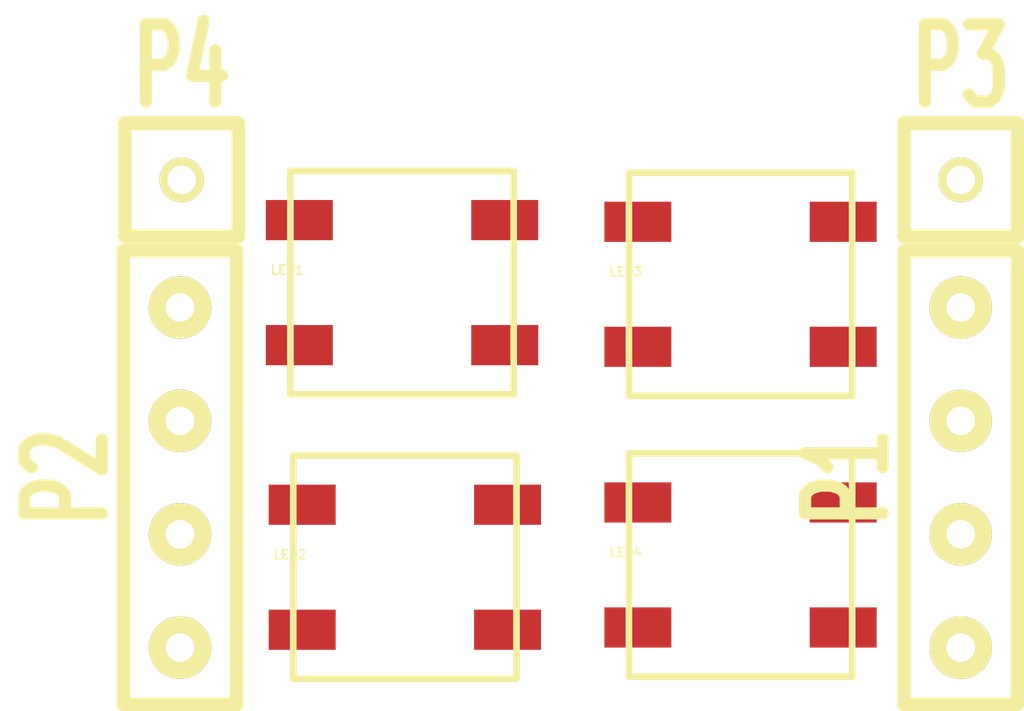
<source format=kicad_pcb>
(kicad_pcb (version 3) (host pcbnew "(2013-07-07 BZR 4022)-stable")

  (general
    (links 16)
    (no_connects 16)
    (area 154.37739 80.264799 179.324001 100.507001)
    (thickness 1.6)
    (drawings 0)
    (tracks 0)
    (zones 0)
    (modules 8)
    (nets 11)
  )

  (page A3)
  (layers
    (15 Front.Layer signal)
    (0 Back.Layer power)
    (17 F.Adhes user)
    (19 F.Paste user)
    (21 F.SilkS user)
    (23 F.Mask user)
    (28 Edge.Cuts user)
  )

  (setup
    (last_trace_width 0.254)
    (user_trace_width 12.7)
    (trace_clearance 0.254)
    (zone_clearance 0.508)
    (zone_45_only no)
    (trace_min 0.1524)
    (segment_width 0.2)
    (edge_width 0.1)
    (via_size 0.889)
    (via_drill 0.635)
    (via_min_size 0.889)
    (via_min_drill 0.508)
    (uvia_size 0.508)
    (uvia_drill 0.127)
    (uvias_allowed no)
    (uvia_min_size 0.508)
    (uvia_min_drill 0.127)
    (pcb_text_width 0.3)
    (pcb_text_size 1.5 1.5)
    (mod_edge_width 0.15)
    (mod_text_size 1 1)
    (mod_text_width 0.15)
    (pad_size 1 1)
    (pad_drill 0.64)
    (pad_to_mask_clearance 0)
    (aux_axis_origin 0 0)
    (visible_elements 7FFFFFFF)
    (pcbplotparams
      (layerselection 3178497)
      (usegerberextensions true)
      (excludeedgelayer true)
      (linewidth 0.150000)
      (plotframeref false)
      (viasonmask false)
      (mode 1)
      (useauxorigin false)
      (hpglpennumber 1)
      (hpglpenspeed 20)
      (hpglpendiameter 15)
      (hpglpenoverlay 2)
      (psnegative false)
      (psa4output false)
      (plotreference true)
      (plotvalue true)
      (plotothertext true)
      (plotinvisibletext false)
      (padsonsilk false)
      (subtractmaskfromsilk false)
      (outputformat 1)
      (mirror false)
      (drillshape 1)
      (scaleselection 1)
      (outputdirectory ""))
  )

  (net 0 "")
  (net 1 N-000001)
  (net 2 N-0000010)
  (net 3 N-000002)
  (net 4 N-000003)
  (net 5 N-000004)
  (net 6 N-000005)
  (net 7 N-000006)
  (net 8 N-000007)
  (net 9 N-000008)
  (net 10 N-000009)

  (net_class Default "This is the default net class."
    (clearance 0.254)
    (trace_width 0.254)
    (via_dia 0.889)
    (via_drill 0.635)
    (uvia_dia 0.508)
    (uvia_drill 0.127)
    (add_net "")
    (add_net N-000001)
    (add_net N-0000010)
    (add_net N-000002)
    (add_net N-000003)
    (add_net N-000004)
    (add_net N-000005)
    (add_net N-000006)
    (add_net N-000007)
    (add_net N-000008)
    (add_net N-000009)
  )

  (net_class HighPower ""
    (clearance 0.254)
    (trace_width 0.5)
    (via_dia 0.889)
    (via_drill 0.635)
    (uvia_dia 0.508)
    (uvia_drill 0.127)
  )

  (module WS2812B (layer Front.Layer) (tedit 5408A142) (tstamp 540F6DDF)
    (at 160.7058 86.9442)
    (descr "SMT 5050 WD2812")
    (path /53FFEF12)
    (fp_text reference LED1 (at 0 -2.8575) (layer F.SilkS)
      (effects (font (size 0.20066 0.20066) (thickness 0.04064)))
    )
    (fp_text value WS2812B (at 0 2.8575) (layer F.SilkS) hide
      (effects (font (size 0.20066 0.20066) (thickness 0.04064)))
    )
    (fp_line (start 5.07302 -5.07556) (end 0.07302 -5.07556) (layer F.SilkS) (width 0.15))
    (fp_line (start 0.07302 -5.07556) (end 0.07302 -0.07556) (layer F.SilkS) (width 0.15))
    (fp_line (start 0.07302 -0.07556) (end 5.07302 -0.07556) (layer F.SilkS) (width 0.15))
    (fp_line (start 5.07302 -0.07556) (end 5.07302 -5.07556) (layer F.SilkS) (width 0.15))
    (pad 1 smd rect (at 4.87302 -1.17556) (size 1.5 0.9)
      (layers Front.Layer F.Paste F.Mask)
      (net 1 N-000001)
      (solder_mask_margin 0.3)
      (clearance 0.3)
      (zone_connect 2)
    )
    (pad 4 smd rect (at 0.27302 -1.17556) (size 1.5 0.9)
      (layers Front.Layer F.Paste F.Mask)
      (net 3 N-000002)
      (solder_mask_margin 0.3)
      (clearance 0.3)
    )
    (pad 2 smd rect (at 4.87302 -3.97556) (size 1.5 0.9)
      (layers Front.Layer F.Paste F.Mask)
      (net 2 N-0000010)
      (solder_mask_margin 0.3)
      (clearance 0.3)
    )
    (pad 3 smd rect (at 0.27302 -3.97556) (size 1.5 0.9)
      (layers Front.Layer F.Paste F.Mask)
      (net 10 N-000009)
      (solder_mask_margin 0.3)
      (clearance 0.3)
    )
    (model smd/resistors/r_cat16-2.wrl
      (at (xyz 0 0 0))
      (scale (xyz 2 2 1))
      (rotate (xyz 0 0 0))
    )
  )

  (module WS2812B (layer Front.Layer) (tedit 5408A142) (tstamp 540F6DEB)
    (at 168.2877 86.9823)
    (descr "SMT 5050 WD2812")
    (path /53FFEF21)
    (fp_text reference LED3 (at 0 -2.8575) (layer F.SilkS)
      (effects (font (size 0.20066 0.20066) (thickness 0.04064)))
    )
    (fp_text value WS2812B (at 0 2.8575) (layer F.SilkS) hide
      (effects (font (size 0.20066 0.20066) (thickness 0.04064)))
    )
    (fp_line (start 5.07302 -5.07556) (end 0.07302 -5.07556) (layer F.SilkS) (width 0.15))
    (fp_line (start 0.07302 -5.07556) (end 0.07302 -0.07556) (layer F.SilkS) (width 0.15))
    (fp_line (start 0.07302 -0.07556) (end 5.07302 -0.07556) (layer F.SilkS) (width 0.15))
    (fp_line (start 5.07302 -0.07556) (end 5.07302 -5.07556) (layer F.SilkS) (width 0.15))
    (pad 1 smd rect (at 4.87302 -1.17556) (size 1.5 0.9)
      (layers Front.Layer F.Paste F.Mask)
      (net 1 N-000001)
      (solder_mask_margin 0.3)
      (clearance 0.3)
      (zone_connect 2)
    )
    (pad 4 smd rect (at 0.27302 -1.17556) (size 1.5 0.9)
      (layers Front.Layer F.Paste F.Mask)
      (net 4 N-000003)
      (solder_mask_margin 0.3)
      (clearance 0.3)
    )
    (pad 2 smd rect (at 4.87302 -3.97556) (size 1.5 0.9)
      (layers Front.Layer F.Paste F.Mask)
      (net 6 N-000005)
      (solder_mask_margin 0.3)
      (clearance 0.3)
    )
    (pad 3 smd rect (at 0.27302 -3.97556) (size 1.5 0.9)
      (layers Front.Layer F.Paste F.Mask)
      (net 10 N-000009)
      (solder_mask_margin 0.3)
      (clearance 0.3)
    )
    (model smd/resistors/r_cat16-2.wrl
      (at (xyz 0 0 0))
      (scale (xyz 2 2 1))
      (rotate (xyz 0 0 0))
    )
  )

  (module WS2812B (layer Front.Layer) (tedit 5408A142) (tstamp 540F6DF7)
    (at 160.7693 93.3196)
    (descr "SMT 5050 WD2812")
    (path /53FFEF30)
    (fp_text reference LED2 (at 0 -2.8575) (layer F.SilkS)
      (effects (font (size 0.20066 0.20066) (thickness 0.04064)))
    )
    (fp_text value WS2812B (at 0 2.8575) (layer F.SilkS) hide
      (effects (font (size 0.20066 0.20066) (thickness 0.04064)))
    )
    (fp_line (start 5.07302 -5.07556) (end 0.07302 -5.07556) (layer F.SilkS) (width 0.15))
    (fp_line (start 0.07302 -5.07556) (end 0.07302 -0.07556) (layer F.SilkS) (width 0.15))
    (fp_line (start 0.07302 -0.07556) (end 5.07302 -0.07556) (layer F.SilkS) (width 0.15))
    (fp_line (start 5.07302 -0.07556) (end 5.07302 -5.07556) (layer F.SilkS) (width 0.15))
    (pad 1 smd rect (at 4.87302 -1.17556) (size 1.5 0.9)
      (layers Front.Layer F.Paste F.Mask)
      (net 1 N-000001)
      (solder_mask_margin 0.3)
      (clearance 0.3)
      (zone_connect 2)
    )
    (pad 4 smd rect (at 0.27302 -1.17556) (size 1.5 0.9)
      (layers Front.Layer F.Paste F.Mask)
      (net 5 N-000004)
      (solder_mask_margin 0.3)
      (clearance 0.3)
    )
    (pad 2 smd rect (at 4.87302 -3.97556) (size 1.5 0.9)
      (layers Front.Layer F.Paste F.Mask)
      (net 8 N-000007)
      (solder_mask_margin 0.3)
      (clearance 0.3)
    )
    (pad 3 smd rect (at 0.27302 -3.97556) (size 1.5 0.9)
      (layers Front.Layer F.Paste F.Mask)
      (net 10 N-000009)
      (solder_mask_margin 0.3)
      (clearance 0.3)
    )
    (model smd/resistors/r_cat16-2.wrl
      (at (xyz 0 0 0))
      (scale (xyz 2 2 1))
      (rotate (xyz 0 0 0))
    )
  )

  (module WS2812B (layer Front.Layer) (tedit 5408A142) (tstamp 540F6F15)
    (at 168.2877 93.2688)
    (descr "SMT 5050 WD2812")
    (path /53FFEF3F)
    (fp_text reference LED4 (at 0 -2.8575) (layer F.SilkS)
      (effects (font (size 0.20066 0.20066) (thickness 0.04064)))
    )
    (fp_text value WS2812B (at 0 2.8575) (layer F.SilkS) hide
      (effects (font (size 0.20066 0.20066) (thickness 0.04064)))
    )
    (fp_line (start 5.07302 -5.07556) (end 0.07302 -5.07556) (layer F.SilkS) (width 0.15))
    (fp_line (start 0.07302 -5.07556) (end 0.07302 -0.07556) (layer F.SilkS) (width 0.15))
    (fp_line (start 0.07302 -0.07556) (end 5.07302 -0.07556) (layer F.SilkS) (width 0.15))
    (fp_line (start 5.07302 -0.07556) (end 5.07302 -5.07556) (layer F.SilkS) (width 0.15))
    (pad 1 smd rect (at 4.87302 -1.17556) (size 1.5 0.9)
      (layers Front.Layer F.Paste F.Mask)
      (net 1 N-000001)
      (solder_mask_margin 0.3)
      (clearance 0.3)
      (zone_connect 2)
    )
    (pad 4 smd rect (at 0.27302 -1.17556) (size 1.5 0.9)
      (layers Front.Layer F.Paste F.Mask)
      (net 9 N-000008)
      (solder_mask_margin 0.3)
      (clearance 0.3)
    )
    (pad 2 smd rect (at 4.87302 -3.97556) (size 1.5 0.9)
      (layers Front.Layer F.Paste F.Mask)
      (net 7 N-000006)
      (solder_mask_margin 0.3)
      (clearance 0.3)
    )
    (pad 3 smd rect (at 0.27302 -3.97556) (size 1.5 0.9)
      (layers Front.Layer F.Paste F.Mask)
      (net 10 N-000009)
      (solder_mask_margin 0.3)
      (clearance 0.3)
    )
    (model smd/resistors/r_cat16-2.wrl
      (at (xyz 0 0 0))
      (scale (xyz 2 2 1))
      (rotate (xyz 0 0 0))
    )
  )

  (module 4P-Header (layer Front.Layer) (tedit 540F43F4) (tstamp 540F6EEC)
    (at 158.3055 88.7349 90)
    (descr "Connecteur 4 pibs")
    (tags "CONN DEV")
    (path /540E8307)
    (fp_text reference P2 (at 0 -2.54 90) (layer F.SilkS)
      (effects (font (size 1.73482 1.08712) (thickness 0.3048)))
    )
    (fp_text value CONN_4 (at 0 -2.54 90) (layer F.SilkS) hide
      (effects (font (size 1.524 1.016) (thickness 0.3048)))
    )
    (fp_line (start -5.08 -1.27) (end -5.08 -1.27) (layer F.SilkS) (width 0.3048))
    (fp_line (start -5.08 1.27) (end -5.08 -1.27) (layer F.SilkS) (width 0.3048))
    (fp_line (start -5.08 -1.27) (end -5.08 -1.27) (layer F.SilkS) (width 0.3048))
    (fp_line (start -5.08 -1.27) (end 5.08 -1.27) (layer F.SilkS) (width 0.3048))
    (fp_line (start 5.08 -1.27) (end 5.08 1.27) (layer F.SilkS) (width 0.3048))
    (fp_line (start 5.08 1.27) (end -5.08 1.27) (layer F.SilkS) (width 0.3048))
    (pad 1 thru_hole circle (at -3.81 0 90) (size 1.397 1.397) (drill 0.64)
      (layers *.Cu *.Mask F.SilkS)
      (net 4 N-000003)
    )
    (pad 2 thru_hole circle (at -1.27 0 90) (size 1.397 1.397) (drill 0.64)
      (layers *.Cu *.Mask F.SilkS)
      (net 5 N-000004)
    )
    (pad 3 thru_hole circle (at 1.27 0 90) (size 1.397 1.397) (drill 0.64)
      (layers *.Cu *.Mask F.SilkS)
      (net 9 N-000008)
    )
    (pad 4 thru_hole circle (at 3.81 0 90) (size 1.397 1.397) (drill 0.64)
      (layers *.Cu *.Mask F.SilkS)
      (net 3 N-000002)
    )
  )

  (module 4P-Header (layer Front.Layer) (tedit 540F43F4) (tstamp 540F6EFB)
    (at 175.7934 88.7349 90)
    (descr "Connecteur 4 pibs")
    (tags "CONN DEV")
    (path /540E8316)
    (fp_text reference P1 (at 0 -2.54 90) (layer F.SilkS)
      (effects (font (size 1.73482 1.08712) (thickness 0.3048)))
    )
    (fp_text value CONN_4 (at 0 -2.54 90) (layer F.SilkS) hide
      (effects (font (size 1.524 1.016) (thickness 0.3048)))
    )
    (fp_line (start -5.08 -1.27) (end -5.08 -1.27) (layer F.SilkS) (width 0.3048))
    (fp_line (start -5.08 1.27) (end -5.08 -1.27) (layer F.SilkS) (width 0.3048))
    (fp_line (start -5.08 -1.27) (end -5.08 -1.27) (layer F.SilkS) (width 0.3048))
    (fp_line (start -5.08 -1.27) (end 5.08 -1.27) (layer F.SilkS) (width 0.3048))
    (fp_line (start 5.08 -1.27) (end 5.08 1.27) (layer F.SilkS) (width 0.3048))
    (fp_line (start 5.08 1.27) (end -5.08 1.27) (layer F.SilkS) (width 0.3048))
    (pad 1 thru_hole circle (at -3.81 0 90) (size 1.397 1.397) (drill 0.64)
      (layers *.Cu *.Mask F.SilkS)
      (net 8 N-000007)
    )
    (pad 2 thru_hole circle (at -1.27 0 90) (size 1.397 1.397) (drill 0.64)
      (layers *.Cu *.Mask F.SilkS)
      (net 7 N-000006)
    )
    (pad 3 thru_hole circle (at 1.27 0 90) (size 1.397 1.397) (drill 0.64)
      (layers *.Cu *.Mask F.SilkS)
      (net 6 N-000005)
    )
    (pad 4 thru_hole circle (at 3.81 0 90) (size 1.397 1.397) (drill 0.64)
      (layers *.Cu *.Mask F.SilkS)
      (net 2 N-0000010)
    )
  )

  (module 1pin (layer Front.Layer) (tedit 540F46F2) (tstamp 540F6EC0)
    (at 158.3436 82.0674)
    (descr "Connecteurs 1 pin")
    (tags "CONN DEV")
    (path /540F1170)
    (fp_text reference P4 (at 0 -2.54) (layer F.SilkS)
      (effects (font (size 1.72974 1.08712) (thickness 0.27178)))
    )
    (fp_text value CONN_1 (at 0 -2.54) (layer F.SilkS) hide
      (effects (font (size 1.524 1.016) (thickness 0.254)))
    )
    (fp_line (start -1.27 1.27) (end 1.27 1.27) (layer F.SilkS) (width 0.3175))
    (fp_line (start -1.27 -1.27) (end 1.27 -1.27) (layer F.SilkS) (width 0.3175))
    (fp_line (start -1.27 1.27) (end -1.27 -1.27) (layer F.SilkS) (width 0.3048))
    (fp_line (start 1.27 -1.27) (end 1.27 1.27) (layer F.SilkS) (width 0.3048))
    (pad 1 thru_hole circle (at 0 0) (size 1 1) (drill 0.64)
      (layers *.Cu *.Mask F.SilkS)
      (net 10 N-000009)
    )
  )

  (module 1pin (layer Front.Layer) (tedit 540F46F2) (tstamp 540F6EB6)
    (at 175.7934 82.0674)
    (descr "Connecteurs 1 pin")
    (tags "CONN DEV")
    (path /540F118E)
    (fp_text reference P3 (at 0 -2.54) (layer F.SilkS)
      (effects (font (size 1.72974 1.08712) (thickness 0.27178)))
    )
    (fp_text value CONN_1 (at 0 -2.54) (layer F.SilkS) hide
      (effects (font (size 1.524 1.016) (thickness 0.254)))
    )
    (fp_line (start -1.27 1.27) (end 1.27 1.27) (layer F.SilkS) (width 0.3175))
    (fp_line (start -1.27 -1.27) (end 1.27 -1.27) (layer F.SilkS) (width 0.3175))
    (fp_line (start -1.27 1.27) (end -1.27 -1.27) (layer F.SilkS) (width 0.3048))
    (fp_line (start 1.27 -1.27) (end 1.27 1.27) (layer F.SilkS) (width 0.3048))
    (pad 1 thru_hole circle (at 0 0) (size 1 1) (drill 0.64)
      (layers *.Cu *.Mask F.SilkS)
      (net 1 N-000001)
    )
  )

)

</source>
